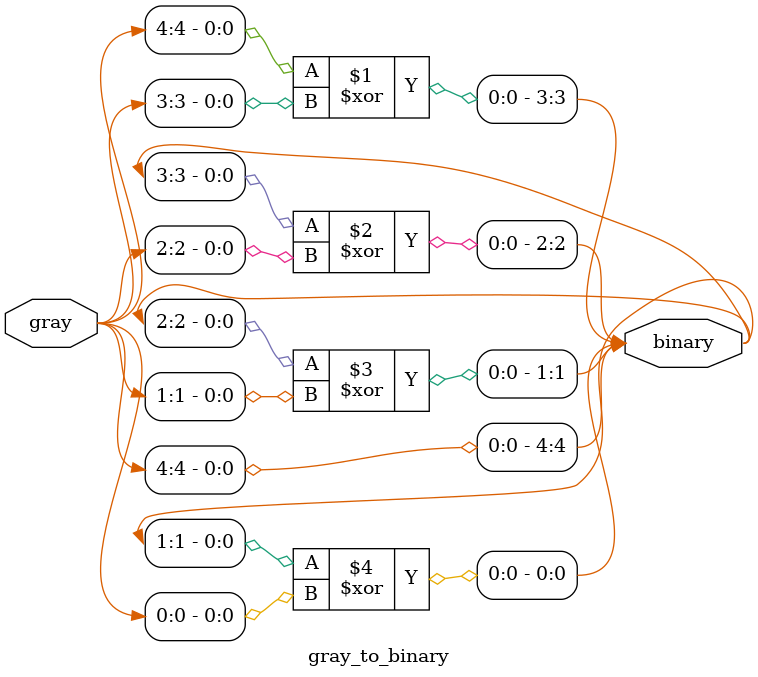
<source format=v>

`timescale 1ns / 1ps

module gray_counter #(
    parameter WIDTH = 5    // Counter width (default: 5 bits for DEPTH=16)
) (
    //==========================================================================
    // Clock and Reset
    //==========================================================================
    input  wire             clk,        // Clock input
    input  wire             rst_n,      // Active-low asynchronous reset

    //==========================================================================
    // Control
    //==========================================================================
    input  wire             enable,     // Count enable

    //==========================================================================
    // Outputs
    //==========================================================================
    output reg [WIDTH-1:0]  gray_count,    // Gray code output
    output reg [WIDTH-1:0]  binary_count   // Binary count output (for internal use)
);

    //==========================================================================
    // INTERNAL SIGNALS
    //==========================================================================
    wire [WIDTH-1:0] next_binary;
    wire [WIDTH-1:0] next_gray;

    //==========================================================================
    // BINARY COUNTER INCREMENT
    //==========================================================================
    // Standard binary counter - increments by 1 when enabled
    assign next_binary = binary_count + 1'b1;

    //==========================================================================
    // BINARY TO GRAY CONVERSION
    //==========================================================================
    // Gray code: gray = binary XOR (binary >> 1)
    //
    // Example (4-bit):
    //   binary = 0110
    //   binary >> 1 = 0011
    //   gray = 0110 ^ 0011 = 0101
    //
    // This works because:
    //   gray[3] = binary[3] ^ 0 = binary[3]
    //   gray[2] = binary[2] ^ binary[3]
    //   gray[1] = binary[1] ^ binary[2]
    //   gray[0] = binary[0] ^ binary[1]
    //
    assign next_gray = next_binary ^ (next_binary >> 1);

    //==========================================================================
    // REGISTERED OUTPUTS
    //==========================================================================
    // Both binary and Gray values are registered for clean outputs
    // This prevents glitches on the gray_count output

    always @(posedge clk or negedge rst_n) begin
        if (!rst_n) begin
            // Reset both counters to 0
            // Note: Gray code of 0 is 0, so both start at 0
            binary_count <= {WIDTH{1'b0}};
            gray_count   <= {WIDTH{1'b0}};
        end
        else if (enable) begin
            // Increment both counters
            binary_count <= next_binary;
            gray_count   <= next_gray;
        end
        // If not enabled, hold current values
    end

    //==========================================================================
    // VERIFICATION ASSERTIONS (simulation only)
    //==========================================================================
    // synthesis translate_off

    // Verify Gray code only changes by 1 bit per cycle
    reg [WIDTH-1:0] prev_gray;
    integer bit_changes;
    integer bit_idx;

    always @(posedge clk) begin
        if (rst_n && enable) begin
            prev_gray <= gray_count;

            // Count number of bits that changed
            bit_changes = 0;
            for (bit_idx = 0; bit_idx < WIDTH; bit_idx = bit_idx + 1) begin
                if (prev_gray[bit_idx] != gray_count[bit_idx]) begin
                    bit_changes = bit_changes + 1;
                end
            end

            // After first increment, should only be 1 bit change
            if (binary_count > 1 && bit_changes != 1) begin
                $display("[%0t] ERROR: Gray code changed by %0d bits (should be 1)",
                         $time, bit_changes);
                $display("       Previous: %b, Current: %b", prev_gray, gray_count);
            end
        end
    end

    // synthesis translate_on

endmodule

//==============================================================================
// GRAY TO BINARY CONVERTER (Combinational)
//==============================================================================
// This is a standalone module for converting Gray code back to binary.
// Useful in the receiving clock domain to calculate FIFO occupancy.

module gray_to_binary #(
    parameter WIDTH = 5
) (
    input  wire [WIDTH-1:0] gray,
    output wire [WIDTH-1:0] binary
);

    // Iterative conversion: binary[i] = XOR of all gray bits from i to MSB
    //
    // binary[N-1] = gray[N-1]
    // binary[N-2] = gray[N-1] ^ gray[N-2]
    // binary[N-3] = gray[N-1] ^ gray[N-2] ^ gray[N-3]
    // ...
    // binary[0]   = gray[N-1] ^ gray[N-2] ^ ... ^ gray[0]
    //
    // This can be computed as: binary[i] = binary[i+1] ^ gray[i]

    genvar i;
    generate
        // MSB is the same
        assign binary[WIDTH-1] = gray[WIDTH-1];

        // Remaining bits are XOR chain
        for (i = WIDTH-2; i >= 0; i = i - 1) begin : gray2bin_loop
            assign binary[i] = binary[i+1] ^ gray[i];
        end
    endgenerate

endmodule

</source>
